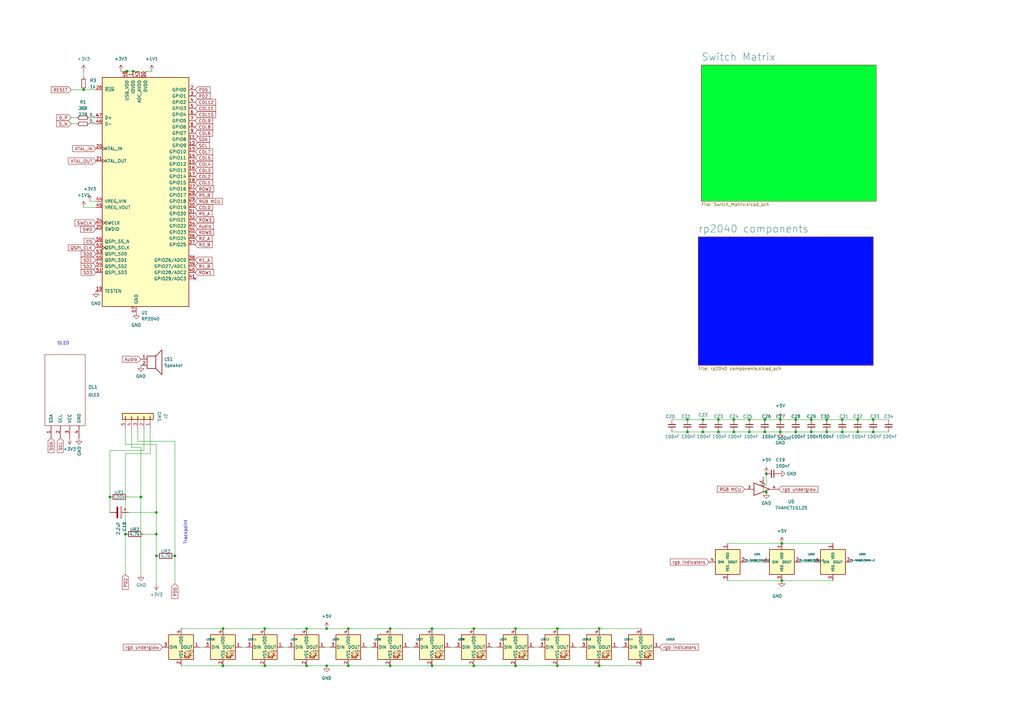
<source format=kicad_sch>
(kicad_sch (version 20230121) (generator eeschema)
  (paper "A3")
  (lib_symbols
    (symbol "+3V3_1" (power) (pin_names (offset 0))
      (property "Value" "+3V3_1" (at 0 3.556 0))
      (symbol "+3V3_1_0_1"
        (polyline (pts (xy -0.762 1.27) (xy 0 2.54)))
        (polyline (pts (xy 0 0) (xy 0 2.54)))
        (polyline (pts (xy 0 2.54) (xy 0.762 1.27)))
      )
      (symbol "+3V3_1_1_1"
        (pin power_in line (at 0 0 90) (length 0) hide (name "+3V3") (number "1"))
      )
    )
    (symbol "74AHCT1G125_1" (pin_names (offset 1.016))
      (property "Reference" "U5" (at 11.43 -5.08 0))
      (property "Value" "74AHCT1G125" (at 11.43 -7.62 0))
      (symbol "74AHCT1G125_1_0_1"
        (polyline (pts (xy -3.81 2.54) (xy -3.81 -2.54) (xy 2.54 0) (xy -3.81 2.54)) (stroke (width 0.254)))
      )
      (symbol "74AHCT1G125_1_1_1"
        (pin input inverted (at 0 5.08 270) (length 3.81) (name "~") (number "1"))
        (pin input line (at -7.62 0 0) (length 3.81) (name "~") (number "2"))
        (pin power_in line (at 1.27 -1.27 270) (length 0) hide (name "GND") (number "3"))
        (pin tri_state line (at 6.35 0 180) (length 3.81) (name "~") (number "4"))
        (pin power_in line (at 1.27 1.27 90) (length 0) hide (name "+5V") (number "5"))
      )
    )
    (symbol "Connector_Generic:Conn_01x05" (pin_names (offset 1.016) hide)
      (property "Reference" "J" (at 0 7.62 0))
      (property "Value" "Conn_01x05" (at 0 -7.62 0))
      (symbol "Conn_01x05_1_1"
        (rectangle (start -1.27 -4.953) (end 0 -5.207) (stroke (width 0.1524)))
        (rectangle (start -1.27 -2.413) (end 0 -2.667) (stroke (width 0.1524)))
        (rectangle (start -1.27 0.127) (end 0 -0.127) (stroke (width 0.1524)))
        (rectangle (start -1.27 2.667) (end 0 2.413) (stroke (width 0.1524)))
        (rectangle (start -1.27 5.207) (end 0 4.953) (stroke (width 0.1524)))
        (rectangle (start -1.27 6.35) (end 1.27 -6.35) (stroke (width 0.254)) (fill (type background)))
        (pin passive line (at -5.08 5.08 0) (length 3.81) (name "Pin_1") (number "1"))
        (pin passive line (at -5.08 2.54 0) (length 3.81) (name "Pin_2") (number "2"))
        (pin passive line (at -5.08 0 0) (length 3.81) (name "Pin_3") (number "3"))
        (pin passive line (at -5.08 -2.54 0) (length 3.81) (name "Pin_4") (number "4"))
        (pin passive line (at -5.08 -5.08 0) (length 3.81) (name "Pin_5") (number "5"))
      )
    )
    (symbol "Device:C_Polarized" (pin_numbers hide) (pin_names (offset 0.254))
      (property "Reference" "C" (at 0.635 2.54 0))
      (property "Value" "C_Polarized" (at 0.635 -2.54 0))
      (symbol "C_Polarized_0_1"
        (rectangle (start -2.286 0.508) (end 2.286 1.016))
        (polyline (pts (xy -1.778 2.286) (xy -0.762 2.286)))
        (polyline (pts (xy -1.27 2.794) (xy -1.27 1.778)))
        (rectangle (start 2.286 -0.508) (end -2.286 -1.016) (fill (type outline)))
      )
      (symbol "C_Polarized_1_1"
        (pin passive line (at 0 3.81 270) (length 2.794) (name "~") (number "1"))
        (pin passive line (at 0 -3.81 90) (length 2.794) (name "~") (number "2"))
      )
    )
    (symbol "Device:C_Small" (pin_numbers hide) (pin_names (offset 0.254) hide)
      (property "Reference" "C" (at 0.254 1.778 0))
      (property "Value" "C_Small" (at 0.254 -2.032 0))
      (symbol "C_Small_0_1"
        (polyline (pts (xy -1.524 -0.508) (xy 1.524 -0.508)) (stroke (width 0.3302)))
        (polyline (pts (xy -1.524 0.508) (xy 1.524 0.508)) (stroke (width 0.3048)))
      )
      (symbol "C_Small_1_1"
        (pin passive line (at 0 2.54 270) (length 2.032) (name "~") (number "1"))
        (pin passive line (at 0 -2.54 90) (length 2.032) (name "~") (number "2"))
      )
    )
    (symbol "Device:R_Small" (pin_numbers hide) (pin_names (offset 0.254) hide)
      (property "Reference" "R" (at 0.762 0.508 0))
      (property "Value" "R_Small" (at 0.762 -1.016 0))
      (symbol "R_Small_0_1"
        (rectangle (start -0.762 1.778) (end 0.762 -1.778) (stroke (width 0.2032)))
      )
      (symbol "R_Small_1_1"
        (pin passive line (at 0 2.54 270) (length 0.762) (name "~") (number "1"))
        (pin passive line (at 0 -2.54 90) (length 0.762) (name "~") (number "2"))
      )
    )
    (symbol "Device:Speaker" (pin_names (offset 0) hide)
      (property "Reference" "LS" (at 1.27 5.715 0))
      (property "Value" "Speaker" (at 1.27 3.81 0))
      (symbol "Speaker_0_0"
        (rectangle (start -2.54 1.27) (end 1.016 -3.81) (stroke (width 0.254)))
        (polyline (pts (xy 1.016 1.27) (xy 3.556 3.81) (xy 3.556 -6.35) (xy 1.016 -3.81)) (stroke (width 0.254)))
      )
      (symbol "Speaker_1_1"
        (pin input line (at -5.08 0 0) (length 2.54) (name "1") (number "1"))
        (pin input line (at -5.08 -2.54 0) (length 2.54) (name "2") (number "2"))
      )
    )
    (symbol "GND_1" (power) (pin_names (offset 0))
      (property "Value" "GND_1" (at 0 -3.81 0))
      (symbol "GND_1_0_1"
        (polyline (pts (xy 0 0) (xy 0 -1.27) (xy 1.27 -1.27) (xy 0 -2.54) (xy -1.27 -1.27) (xy 0 -1.27)))
      )
      (symbol "GND_1_1_1"
        (pin power_in line (at 0 0 270) (length 0) hide (name "GND") (number "1"))
      )
    )
    (symbol "GND_2" (power) (pin_names (offset 0))
      (property "Value" "GND_2" (at 0 -3.81 0))
      (symbol "GND_2_0_1"
        (polyline (pts (xy 0 0) (xy 0 -1.27) (xy 1.27 -1.27) (xy 0 -2.54) (xy -1.27 -1.27) (xy 0 -1.27)))
      )
      (symbol "GND_2_1_1"
        (pin power_in line (at 0 0 270) (length 0) hide (name "GND") (number "1"))
      )
    )
    (symbol "PCM_marbastlib-various:WS2812_2020" (pin_names (offset 0.254))
      (property "Reference" "LED" (at 5.08 5.715 0))
      (property "Value" "WS2812_2020" (at 1.27 -5.715 0))
      (symbol "WS2812_2020_0_0"
        (text "RGB" (at 2.286 -4.191 0) (effects (font (size 0.762 0.762))))
      )
      (symbol "WS2812_2020_0_1"
        (polyline (pts (xy 1.27 -3.556) (xy 1.778 -3.556)))
        (polyline (pts (xy 1.27 -2.54) (xy 1.778 -2.54)))
        (polyline (pts (xy 4.699 -3.556) (xy 2.667 -3.556)))
        (polyline (pts (xy 2.286 -2.54) (xy 1.27 -3.556) (xy 1.27 -3.048)))
        (polyline (pts (xy 2.286 -1.524) (xy 1.27 -2.54) (xy 1.27 -2.032)))
        (polyline (pts (xy 3.683 -1.016) (xy 3.683 -3.556) (xy 3.683 -4.064)))
        (polyline (pts (xy 4.699 -1.524) (xy 2.667 -1.524) (xy 3.683 -3.556) (xy 4.699 -1.524)))
        (rectangle (start 5.08 5.08) (end -5.08 -5.08) (stroke (width 0.254)) (fill (type background)))
      )
      (symbol "WS2812_2020_1_1"
        (pin output line (at 7.62 0 180) (length 2.54) (name "DOUT") (number "1"))
        (pin power_in line (at 0 -7.62 90) (length 2.54) (name "VSS") (number "2"))
        (pin input line (at -7.62 0 0) (length 2.54) (name "DIN") (number "3"))
        (pin power_in line (at 0 7.62 270) (length 2.54) (name "VDD") (number "4"))
      )
    )
    (symbol "Sleep-lib:RP2040" (pin_names (offset 1.016))
      (property "Reference" "U" (at 8.89 51.435 0))
      (property "Value" "RP2040" (at 8.89 48.895 0))
      (symbol "RP2040_0_0"
        (rectangle (start -17.78 -45.72) (end 17.78 48.26) (stroke (width 0.254)) (fill (type background)))
      )
      (symbol "RP2040_1_1"
        (pin power_in line (at -5.08 50.8 270) (length 2.54) (name "IOVDD") (number "1"))
        (pin power_in line (at -5.08 50.8 270) (length 2.54) hide (name "IOVDD") (number "10"))
        (pin input line (at 20.32 22.86 180) (length 2.54) (name "GPIO8") (number "11"))
        (pin input line (at 20.32 20.32 180) (length 2.54) (name "GPIO9") (number "12"))
        (pin input line (at 20.32 17.78 180) (length 2.54) (name "GPIO10") (number "13"))
        (pin input line (at 20.32 15.24 180) (length 2.54) (name "GPIO11") (number "14"))
        (pin input line (at 20.32 12.7 180) (length 2.54) (name "GPIO12") (number "15"))
        (pin input line (at 20.32 10.16 180) (length 2.54) (name "GPIO13") (number "16"))
        (pin input line (at 20.32 7.62 180) (length 2.54) (name "GPIO14") (number "17"))
        (pin input line (at 20.32 5.08 180) (length 2.54) (name "GPIO15") (number "18"))
        (pin input line (at -20.32 -39.37 0) (length 2.54) (name "TESTEN") (number "19"))
        (pin input line (at 20.32 43.18 180) (length 2.54) (name "GPIO0") (number "2"))
        (pin input clock (at -20.32 19.05 0) (length 2.54) (name "XTAL_IN") (number "20"))
        (pin input clock (at -20.32 13.97 0) (length 2.54) (name "XTAL_OUT") (number "21"))
        (pin power_in line (at -5.08 50.8 270) (length 2.54) hide (name "IOVDD") (number "22"))
        (pin power_in line (at 0 50.8 270) (length 2.54) hide (name "DVDD") (number "23"))
        (pin input clock (at -20.32 -11.43 0) (length 2.54) (name "SWCLK") (number "24"))
        (pin bidirectional line (at -20.32 -13.97 0) (length 2.54) (name "SWDIO") (number "25"))
        (pin input line (at -20.32 43.18 0) (length 2.54) (name "~{RUN}") (number "26"))
        (pin input line (at 20.32 2.54 180) (length 2.54) (name "GPIO16") (number "27"))
        (pin input line (at 20.32 0 180) (length 2.54) (name "GPIO17") (number "28"))
        (pin input line (at 20.32 -2.54 180) (length 2.54) (name "GPIO18") (number "29"))
        (pin input line (at 20.32 40.64 180) (length 2.54) (name "GPIO1") (number "3"))
        (pin input line (at 20.32 -5.08 180) (length 2.54) (name "GPIO19") (number "30"))
        (pin input line (at 20.32 -7.62 180) (length 2.54) (name "GPIO20") (number "31"))
        (pin input line (at 20.32 -10.16 180) (length 2.54) (name "GPIO21") (number "32"))
        (pin power_in line (at -5.08 50.8 270) (length 2.54) hide (name "IOVDD") (number "33"))
        (pin input line (at 20.32 -12.7 180) (length 2.54) (name "GPIO22") (number "34"))
        (pin input line (at 20.32 -15.24 180) (length 2.54) (name "GPIO23") (number "35"))
        (pin input line (at 20.32 -17.78 180) (length 2.54) (name "GPIO24") (number "36"))
        (pin input line (at 20.32 -20.32 180) (length 2.54) (name "GPIO25") (number "37"))
        (pin input line (at 20.32 -26.67 180) (length 2.54) (name "GPIO26/ADC0") (number "38"))
        (pin input line (at 20.32 -29.21 180) (length 2.54) (name "GPIO27/ADC1") (number "39"))
        (pin input line (at 20.32 38.1 180) (length 2.54) (name "GPIO2") (number "4"))
        (pin input line (at 20.32 -31.75 180) (length 2.54) (name "GPIO28/ADC2") (number "40"))
        (pin input line (at 20.32 -34.29 180) (length 2.54) (name "GPIO29/ADC3") (number "41"))
        (pin power_in line (at -5.08 50.8 270) (length 2.54) hide (name "IOVDD") (number "42"))
        (pin power_in line (at -2.54 50.8 270) (length 2.54) (name "ADC_AVDD") (number "43"))
        (pin power_in line (at -20.32 -2.54 0) (length 2.54) (name "VREG_VIN") (number "44"))
        (pin power_out line (at -20.32 -5.08 0) (length 2.54) (name "VREG_VOUT") (number "45"))
        (pin bidirectional line (at -20.32 29.21 0) (length 2.54) (name "D-") (number "46"))
        (pin bidirectional line (at -20.32 31.75 0) (length 2.54) (name "D+") (number "47"))
        (pin power_in line (at -7.62 50.8 270) (length 2.54) (name "USB_VDD") (number "48"))
        (pin power_in line (at -5.08 50.8 270) (length 2.54) hide (name "IOVDD") (number "49"))
        (pin input line (at 20.32 35.56 180) (length 2.54) (name "GPIO3") (number "5"))
        (pin power_in line (at 0 50.8 270) (length 2.54) (name "DVDD") (number "50"))
        (pin bidirectional line (at -20.32 -31.75 0) (length 2.54) (name "QSPI_SD3") (number "51"))
        (pin input clock (at -20.32 -21.59 0) (length 2.54) (name "QSPI_SCLK") (number "52"))
        (pin bidirectional line (at -20.32 -24.13 0) (length 2.54) (name "QSPI_SD0") (number "53"))
        (pin bidirectional line (at -20.32 -29.21 0) (length 2.54) (name "QSPI_SD2") (number "54"))
        (pin bidirectional line (at -20.32 -26.67 0) (length 2.54) (name "QSPI_SD1") (number "55"))
        (pin bidirectional line (at -20.32 -19.05 0) (length 2.54) (name "QSPI_SS_N") (number "56"))
        (pin power_in line (at -3.81 -48.26 90) (length 2.54) (name "GND") (number "57"))
        (pin input line (at 20.32 33.02 180) (length 2.54) (name "GPIO4") (number "6"))
        (pin input line (at 20.32 30.48 180) (length 2.54) (name "GPIO5") (number "7"))
        (pin input line (at 20.32 27.94 180) (length 2.54) (name "GPIO6") (number "8"))
        (pin input line (at 20.32 25.4 180) (length 2.54) (name "GPIO7") (number "9"))
      )
    )
    (symbol "device:R" (pin_numbers hide) (pin_names (offset 0))
      (property "Reference" "R" (at 2.032 0 90))
      (property "Value" "device_R" (at 0 0 90))
      (symbol "R_0_1"
        (rectangle (start -1.016 -2.54) (end 1.016 2.54) (stroke (width 0.254)))
      )
      (symbol "R_1_1"
        (pin passive line (at 0 3.81 270) (length 1.27) (name "~") (number "1"))
        (pin passive line (at 0 -3.81 90) (length 1.27) (name "~") (number "2"))
      )
    )
    (symbol "kbd:OLED" (pin_names (offset 1.016))
      (property "Reference" "OL" (at 0 2.54 0))
      (property "Value" "OLED" (at 0 -1.27 0))
      (symbol "OLED_0_1"
        (rectangle (start -13.97 8.89) (end 15.24 -7.62))
      )
      (symbol "OLED_1_1"
        (pin bidirectional line (at -19.05 6.35 0) (length 5.08) (name "SDA") (number "1"))
        (pin bidirectional line (at -19.05 2.54 0) (length 5.08) (name "SCL") (number "2"))
        (pin power_in line (at -19.05 -1.27 0) (length 5.08) (name "VCC") (number "3"))
        (pin power_in line (at -19.05 -5.08 0) (length 5.08) (name "GND") (number "4"))
      )
    )
    (symbol "kbd:YS-SK6812MINI-E" (pin_names (offset 1.016))
      (property "Reference" "LED" (at 2.54 -7.62 0))
      (property "Value" "YS-SK6812MINI-E" (at 6.35 -6.35 0))
      (symbol "YS-SK6812MINI-E_0_1"
        (rectangle (start -5.08 5.08) (end 5.08 -5.08) (stroke (width 0.254)) (fill (type background)))
      )
      (symbol "YS-SK6812MINI-E_1_1"
        (pin power_in line (at 0 7.62 270) (length 2.54) (name "VDD") (number "1"))
        (pin output line (at 7.62 0 180) (length 2.54) (name "DOUT") (number "2"))
        (pin power_in line (at 0 -7.62 90) (length 2.54) (name "VSS") (number "3"))
        (pin input line (at -7.62 0 0) (length 2.54) (name "DIN") (number "4"))
      )
    )
    (symbol "power:+1V1" (power) (pin_names (offset 0))
      (property "Value" "+1V1" (at 0 3.556 0))
      (symbol "+1V1_0_1"
        (polyline (pts (xy -0.762 1.27) (xy 0 2.54)))
        (polyline (pts (xy 0 0) (xy 0 2.54)))
        (polyline (pts (xy 0 2.54) (xy 0.762 1.27)))
      )
      (symbol "+1V1_1_1"
        (pin power_in line (at 0 0 90) (length 0) hide (name "+1V1") (number "1"))
      )
    )
    (symbol "power:+3V3" (power) (pin_names (offset 0))
      (property "Value" "+3V3" (at 0 3.556 0))
      (symbol "+3V3_0_1"
        (polyline (pts (xy -0.762 1.27) (xy 0 2.54)))
        (polyline (pts (xy 0 0) (xy 0 2.54)))
        (polyline (pts (xy 0 2.54) (xy 0.762 1.27)))
      )
      (symbol "+3V3_1_1"
        (pin power_in line (at 0 0 90) (length 0) hide (name "+3V3") (number "1"))
      )
    )
    (symbol "power:+5V" (power) (pin_names (offset 0))
      (property "Value" "+5V" (at 0 3.556 0))
      (symbol "+5V_0_1"
        (polyline (pts (xy -0.762 1.27) (xy 0 2.54)))
        (polyline (pts (xy 0 0) (xy 0 2.54)))
        (polyline (pts (xy 0 2.54) (xy 0.762 1.27)))
      )
      (symbol "+5V_1_1"
        (pin power_in line (at 0 0 90) (length 0) hide (name "+5V") (number "1"))
      )
    )
    (symbol "power:GND" (power) (pin_names (offset 0))
      (property "Value" "power_GND" (at 0 -3.81 0))
      (symbol "GND_0_1"
        (polyline (pts (xy 0 0) (xy 0 -1.27) (xy 1.27 -1.27) (xy 0 -2.54) (xy -1.27 -1.27) (xy 0 -1.27)))
      )
      (symbol "GND_1_1"
        (pin power_in line (at 0 0 270) (length 0) hide (name "GND") (number "1"))
      )
    )
  )
  (junction (at 91.44 257.81))
  (junction (at 211.455 257.81))
  (junction (at 294.64 177.165))
  (junction (at 281.94 177.165))
  (junction (at 358.14 177.165))
  (junction (at 339.09 177.165))
  (junction (at 245.745 257.81))
  (junction (at 45.085 203.835))
  (junction (at 228.6 257.81))
  (junction (at 177.165 273.05))
  (junction (at 300.99 177.165))
  (junction (at 320.675 222.885))
  (junction (at 307.34 172.085))
  (junction (at 57.785 203.835))
  (junction (at 326.39 172.085))
  (junction (at 34.29 36.83))
  (junction (at 245.745 273.05))
  (junction (at 108.585 257.81))
  (junction (at 51.435 219.075))
  (junction (at 64.135 227.965))
  (junction (at 351.79 177.165))
  (junction (at 52.07 29.21))
  (junction (at 358.14 172.085))
  (junction (at 294.64 172.085))
  (junction (at 326.39 177.165))
  (junction (at 320.675 238.125))
  (junction (at 332.74 172.085))
  (junction (at 160.02 273.05))
  (junction (at 320.04 172.085))
  (junction (at 71.755 227.965))
  (junction (at 211.455 273.05))
  (junction (at 313.69 172.085))
  (junction (at 314.325 201.93))
  (junction (at 288.29 177.165))
  (junction (at 177.165 257.81))
  (junction (at 133.985 273.05))
  (junction (at 54.61 29.21))
  (junction (at 125.73 273.05))
  (junction (at 125.73 257.81))
  (junction (at 133.985 257.81))
  (junction (at 228.6 273.05))
  (junction (at 288.29 172.085))
  (junction (at 91.44 273.05))
  (junction (at 142.875 273.05))
  (junction (at 307.34 177.165))
  (junction (at 351.79 172.085))
  (junction (at 300.99 172.085))
  (junction (at 281.94 172.085))
  (junction (at 332.74 177.165))
  (junction (at 345.44 172.085))
  (junction (at 142.875 257.81))
  (junction (at 64.135 219.075))
  (junction (at 108.585 273.05))
  (junction (at 194.31 257.81))
  (junction (at 160.02 257.81))
  (junction (at 194.31 273.05))
  (junction (at 313.69 177.165))
  (junction (at 320.04 177.165))
  (junction (at 64.135 210.185))
  (junction (at 339.09 172.085))
  (junction (at 314.325 194.31))
  (junction (at 345.44 177.165))
  (no_connect (at 80.01 114.3))
  (wire (pts (xy 160.02 273.05) (xy 177.165 273.05)))
  (wire (pts (xy 300.99 177.165) (xy 307.34 177.165)))
  (wire (pts (xy 288.29 177.165) (xy 294.64 177.165)))
  (wire (pts (xy 34.29 85.09) (xy 39.37 85.09)))
  (wire (pts (xy 160.02 257.81) (xy 177.165 257.81)))
  (wire (pts (xy 29.21 50.8) (xy 31.496 50.8)))
  (wire (pts (xy 74.295 273.05) (xy 91.44 273.05)))
  (wire (pts (xy 133.35 265.43) (xy 135.255 265.43)))
  (wire (pts (xy 51.435 219.075) (xy 51.435 235.585)))
  (wire (pts (xy 245.745 273.05) (xy 262.89 273.05)))
  (wire (pts (xy 314.325 201.93) (xy 313.055 201.93)))
  (wire (pts (xy 116.205 265.43) (xy 118.11 265.43)))
  (wire (pts (xy 108.585 257.81) (xy 125.73 257.81)))
  (wire (pts (xy 177.165 273.05) (xy 194.31 273.05)))
  (wire (pts (xy 64.135 210.185) (xy 64.135 219.075)))
  (wire (pts (xy 345.44 177.165) (xy 351.79 177.165)))
  (wire (pts (xy 57.785 183.515) (xy 57.785 203.835)))
  (wire (pts (xy 71.755 180.975) (xy 71.755 227.965)))
  (wire (pts (xy 281.94 172.085) (xy 288.29 172.085)))
  (wire (pts (xy 313.055 201.93) (xy 313.055 195.58)))
  (wire (pts (xy 64.135 227.965) (xy 64.135 239.395)))
  (wire (pts (xy 64.135 182.245) (xy 51.435 182.245)))
  (wire (pts (xy 64.135 210.185) (xy 52.705 210.185)))
  (wire (pts (xy 133.985 257.81) (xy 142.875 257.81)))
  (wire (pts (xy 51.435 182.245) (xy 51.435 175.895)))
  (wire (pts (xy 45.085 184.785) (xy 59.055 184.785)))
  (wire (pts (xy 345.44 172.085) (xy 351.79 172.085)))
  (wire (pts (xy 320.04 172.085) (xy 326.39 172.085)))
  (wire (pts (xy 177.165 257.81) (xy 194.31 257.81)))
  (wire (pts (xy 51.435 186.055) (xy 51.435 219.075)))
  (wire (pts (xy 358.14 172.085) (xy 364.49 172.085)))
  (wire (pts (xy 339.09 172.085) (xy 345.44 172.085)))
  (wire (pts (xy 211.455 273.05) (xy 228.6 273.05)))
  (wire (pts (xy 81.915 265.43) (xy 83.82 265.43)))
  (wire (pts (xy 71.755 227.965) (xy 71.755 239.395)))
  (wire (pts (xy 228.6 257.81) (xy 245.745 257.81)))
  (wire (pts (xy 52.07 29.21) (xy 49.53 29.21)))
  (wire (pts (xy 332.74 172.085) (xy 339.09 172.085)))
  (wire (pts (xy 53.975 183.515) (xy 53.975 175.895)))
  (wire (pts (xy 201.93 265.43) (xy 203.835 265.43)))
  (wire (pts (xy 45.085 203.835) (xy 45.085 210.185)))
  (wire (pts (xy 91.44 273.05) (xy 108.585 273.05)))
  (wire (pts (xy 51.435 186.055) (xy 61.595 186.055)))
  (wire (pts (xy 351.79 177.165) (xy 358.14 177.165)))
  (wire (pts (xy 326.39 172.085) (xy 332.74 172.085)))
  (wire (pts (xy 253.365 265.43) (xy 255.27 265.43)))
  (wire (pts (xy 36.576 50.8) (xy 39.37 50.8)))
  (wire (pts (xy 59.69 29.21) (xy 62.23 29.21)))
  (wire (pts (xy 332.74 177.165) (xy 339.09 177.165)))
  (wire (pts (xy 57.785 203.835) (xy 57.785 235.585)))
  (wire (pts (xy 64.135 219.075) (xy 59.055 219.075)))
  (wire (pts (xy 54.61 29.21) (xy 52.07 29.21)))
  (wire (pts (xy 64.135 182.245) (xy 64.135 210.185)))
  (wire (pts (xy 125.73 257.81) (xy 133.985 257.81)))
  (wire (pts (xy 45.085 184.785) (xy 45.085 203.835)))
  (wire (pts (xy 57.785 183.515) (xy 53.975 183.515)))
  (wire (pts (xy 142.875 257.81) (xy 160.02 257.81)))
  (wire (pts (xy 306.07 230.505) (xy 313.055 230.505)))
  (wire (pts (xy 64.135 219.075) (xy 64.135 227.965)))
  (wire (pts (xy 133.985 273.05) (xy 142.875 273.05)))
  (wire (pts (xy 351.79 172.085) (xy 358.14 172.085)))
  (wire (pts (xy 339.09 177.165) (xy 345.44 177.165)))
  (wire (pts (xy 236.22 265.43) (xy 238.125 265.43)))
  (wire (pts (xy 99.06 265.43) (xy 100.965 265.43)))
  (wire (pts (xy 74.295 257.81) (xy 91.44 257.81)))
  (wire (pts (xy 219.075 265.43) (xy 220.98 265.43)))
  (wire (pts (xy 314.325 194.31) (xy 314.325 199.39)))
  (wire (pts (xy 108.585 273.05) (xy 125.73 273.05)))
  (wire (pts (xy 61.595 186.055) (xy 61.595 175.895)))
  (wire (pts (xy 294.64 172.085) (xy 300.99 172.085)))
  (wire (pts (xy 57.15 29.21) (xy 54.61 29.21)))
  (wire (pts (xy 36.576 48.26) (xy 39.37 48.26)))
  (wire (pts (xy 326.39 177.165) (xy 332.74 177.165)))
  (wire (pts (xy 300.99 172.085) (xy 307.34 172.085)))
  (wire (pts (xy 320.675 238.125) (xy 341.63 238.125)))
  (wire (pts (xy 275.59 172.085) (xy 281.94 172.085)))
  (wire (pts (xy 194.31 257.81) (xy 211.455 257.81)))
  (wire (pts (xy 358.14 177.165) (xy 364.49 177.165)))
  (wire (pts (xy 281.94 177.165) (xy 288.29 177.165)))
  (wire (pts (xy 307.34 177.165) (xy 313.69 177.165)))
  (wire (pts (xy 320.675 222.885) (xy 341.63 222.885)))
  (wire (pts (xy 56.515 180.975) (xy 56.515 175.895)))
  (wire (pts (xy 245.745 257.81) (xy 262.89 257.81)))
  (wire (pts (xy 34.29 36.83) (xy 39.37 36.83)))
  (wire (pts (xy 29.21 36.83) (xy 34.29 36.83)))
  (wire (pts (xy 288.29 172.085) (xy 294.64 172.085)))
  (wire (pts (xy 228.6 273.05) (xy 245.745 273.05)))
  (wire (pts (xy 194.31 273.05) (xy 211.455 273.05)))
  (wire (pts (xy 34.29 29.21) (xy 34.29 31.75)))
  (wire (pts (xy 294.64 177.165) (xy 300.99 177.165)))
  (wire (pts (xy 298.45 238.125) (xy 320.675 238.125)))
  (wire (pts (xy 29.21 48.26) (xy 31.496 48.26)))
  (wire (pts (xy 142.875 273.05) (xy 160.02 273.05)))
  (wire (pts (xy 59.055 184.785) (xy 59.055 175.895)))
  (wire (pts (xy 298.45 222.885) (xy 320.675 222.885)))
  (wire (pts (xy 320.04 177.165) (xy 326.39 177.165)))
  (wire (pts (xy 71.755 180.975) (xy 56.515 180.975)))
  (wire (pts (xy 91.44 257.81) (xy 108.585 257.81)))
  (wire (pts (xy 275.59 177.165) (xy 281.94 177.165)))
  (wire (pts (xy 184.785 265.43) (xy 186.69 265.43)))
  (wire (pts (xy 313.69 177.165) (xy 320.04 177.165)))
  (wire (pts (xy 125.73 273.05) (xy 133.985 273.05)))
  (wire (pts (xy 313.69 172.085) (xy 320.04 172.085)))
  (wire (pts (xy 167.64 265.43) (xy 169.545 265.43)))
  (wire (pts (xy 57.785 203.835) (xy 52.705 203.835)))
  (wire (pts (xy 36.83 82.55) (xy 39.37 82.55)))
  (wire (pts (xy 150.495 265.43) (xy 152.4 265.43)))
  (wire (pts (xy 328.295 230.505) (xy 334.01 230.505)))
  (wire (pts (xy 211.455 257.81) (xy 228.6 257.81)))
  (wire (pts (xy 307.34 172.085) (xy 313.69 172.085)))
  (text "Trackpoint" (at 76.835 213.36 90) (effects (font (size 1.27 1.27)) (justify right bottom)))
  (text "OLED" (at 23.495 141.605 0) (effects (font (size 1.27 1.27)) (justify left bottom)))
  (label "D_-" (at 36.576 50.8 0))
  (label "D_+" (at 36.576 48.26 0))
  (global_label "SCL" (shape input) (at 80.01 59.69 0) (property "Intersheetrefs" "${INTERSHEET_REFS}" (effects hide)))
  (global_label "COL11" (shape input) (at 80.01 44.45 0) (property "Intersheetrefs" "${INTERSHEET_REFS}" (effects hide)))
  (global_label "SDA" (shape input) (at 20.955 179.705 270) (property "Intersheetrefs" "${INTERSHEET_REFS}" (effects hide)))
  (global_label "R2_B" (shape input) (at 80.01 100.33 0) (property "Intersheetrefs" "${INTERSHEET_REFS}" (effects hide)))
  (global_label "rgb indicators" (shape input) (at 290.83 230.505 180) (property "Intersheetrefs" "${INTERSHEET_REFS}" (effects hide)))
  (global_label "ROW1" (shape input) (at 80.01 111.76 0) (property "Intersheetrefs" "${INTERSHEET_REFS}" (effects hide)))
  (global_label "ROW2" (shape input) (at 80.01 77.47 0) (property "Intersheetrefs" "${INTERSHEET_REFS}" (effects hide)))
  (global_label "COL1" (shape input) (at 80.01 74.93 0) (property "Intersheetrefs" "${INTERSHEET_REFS}" (effects hide)))
  (global_label "SD2" (shape input) (at 39.37 109.22 180) (property "Intersheetrefs" "${INTERSHEET_REFS}" (effects hide)))
  (global_label "COL10" (shape input) (at 80.01 46.99 0) (property "Intersheetrefs" "${INTERSHEET_REFS}" (effects hide)))
  (global_label "SCL" (shape input) (at 24.765 179.705 270) (property "Intersheetrefs" "${INTERSHEET_REFS}" (effects hide)))
  (global_label "SWCLK" (shape input) (at 39.37 91.44 180) (property "Intersheetrefs" "${INTERSHEET_REFS}" (effects hide)))
  (global_label "COL5" (shape input) (at 80.01 64.77 0) (property "Intersheetrefs" "${INTERSHEET_REFS}" (effects hide)))
  (global_label "SD1" (shape input) (at 39.37 106.68 180) (property "Intersheetrefs" "${INTERSHEET_REFS}" (effects hide)))
  (global_label "XTAL_IN" (shape input) (at 39.37 60.96 180) (property "Intersheetrefs" "${INTERSHEET_REFS}" (effects hide)))
  (global_label "SWD" (shape input) (at 39.37 93.98 180) (property "Intersheetrefs" "${INTERSHEET_REFS}" (effects hide)))
  (global_label "rgb underglow" (shape input) (at 66.675 265.43 180) (property "Intersheetrefs" "${INTERSHEET_REFS}" (effects hide)))
  (global_label "R2_A" (shape input) (at 80.01 97.79 0) (property "Intersheetrefs" "${INTERSHEET_REFS}" (effects hide)))
  (global_label "COL8" (shape input) (at 80.01 52.07 0) (property "Intersheetrefs" "${INTERSHEET_REFS}" (effects hide)))
  (global_label "QSPI_CLK" (shape input) (at 39.37 101.6 180) (property "Intersheetrefs" "${INTERSHEET_REFS}" (effects hide)))
  (global_label "COL0" (shape input) (at 80.01 85.09 0) (property "Intersheetrefs" "${INTERSHEET_REFS}" (effects hide)))
  (global_label "RESET" (shape input) (at 29.21 36.83 180) (property "Intersheetrefs" "${INTERSHEET_REFS}" (effects hide)))
  (global_label "R5_A" (shape input) (at 80.01 87.63 0) (property "Intersheetrefs" "${INTERSHEET_REFS}" (effects hide)))
  (global_label "SD3" (shape input) (at 39.37 111.76 180) (property "Intersheetrefs" "${INTERSHEET_REFS}" (effects hide)))
  (global_label "COL7" (shape input) (at 80.01 62.23 0) (property "Intersheetrefs" "${INTERSHEET_REFS}" (effects hide)))
  (global_label "ROW0" (shape input) (at 80.01 95.25 0) (property "Intersheetrefs" "${INTERSHEET_REFS}" (effects hide)))
  (global_label "D_P" (shape input) (at 29.21 48.26 180) (property "Intersheetrefs" "${INTERSHEET_REFS}" (effects hide)))
  (global_label "rgb underglow" (shape input) (at 319.405 200.66 0) (property "Intersheetrefs" "${INTERSHEET_REFS}" (effects hide)))
  (global_label "CS" (shape input) (at 39.37 99.06 180) (property "Intersheetrefs" "${INTERSHEET_REFS}" (effects hide)))
  (global_label "Audio" (shape input) (at 57.785 147.32 180) (property "Intersheetrefs" "${INTERSHEET_REFS}" (effects hide)))
  (global_label "Audio" (shape input) (at 80.01 92.71 0) (property "Intersheetrefs" "${INTERSHEET_REFS}" (effects hide)))
  (global_label "SDA" (shape input) (at 80.01 57.15 0) (property "Intersheetrefs" "${INTERSHEET_REFS}" (effects hide)))
  (global_label "PD2" (shape input) (at 80.01 39.37 0) (property "Intersheetrefs" "${INTERSHEET_REFS}" (effects hide)))
  (global_label "RGB MCU" (shape input) (at 305.435 200.66 180) (property "Intersheetrefs" "${INTERSHEET_REFS}" (effects hide)))
  (global_label "PD2" (shape input) (at 51.435 235.585 270) (property "Intersheetrefs" "${INTERSHEET_REFS}" (effects hide)))
  (global_label "rgb indicators" (shape input) (at 270.51 265.43 0) (property "Intersheetrefs" "${INTERSHEET_REFS}" (effects hide)))
  (global_label "ROW3" (shape input) (at 80.01 90.17 0) (property "Intersheetrefs" "${INTERSHEET_REFS}" (effects hide)))
  (global_label "RGB MCU" (shape input) (at 80.01 82.55 0) (property "Intersheetrefs" "${INTERSHEET_REFS}" (effects hide)))
  (global_label "XTAL_OUT" (shape input) (at 39.37 66.04 180) (property "Intersheetrefs" "${INTERSHEET_REFS}" (effects hide)))
  (global_label "COL2" (shape input) (at 80.01 72.39 0) (property "Intersheetrefs" "${INTERSHEET_REFS}" (effects hide)))
  (global_label "R5_B" (shape input) (at 80.01 80.01 0) (property "Intersheetrefs" "${INTERSHEET_REFS}" (effects hide)))
  (global_label "PD5" (shape input) (at 80.01 36.83 0) (property "Intersheetrefs" "${INTERSHEET_REFS}" (effects hide)))
  (global_label "R1_A" (shape input) (at 80.01 106.68 0) (property "Intersheetrefs" "${INTERSHEET_REFS}" (effects hide)))
  (global_label "COL4" (shape input) (at 80.01 67.31 0) (property "Intersheetrefs" "${INTERSHEET_REFS}" (effects hide)))
  (global_label "PD5" (shape input) (at 71.755 239.395 270) (property "Intersheetrefs" "${INTERSHEET_REFS}" (effects hide)))
  (global_label "COL3" (shape input) (at 80.01 69.85 0) (property "Intersheetrefs" "${INTERSHEET_REFS}" (effects hide)))
  (global_label "COL12" (shape input) (at 80.01 41.91 0) (property "Intersheetrefs" "${INTERSHEET_REFS}" (effects hide)))
  (global_label "R1_B" (shape input) (at 80.01 109.22 0) (property "Intersheetrefs" "${INTERSHEET_REFS}" (effects hide)))
  (global_label "COL6" (shape input) (at 80.01 54.61 0) (property "Intersheetrefs" "${INTERSHEET_REFS}" (effects hide)))
  (global_label "COL9" (shape input) (at 80.01 49.53 0) (property "Intersheetrefs" "${INTERSHEET_REFS}" (effects hide)))
  (global_label "D_N" (shape input) (at 29.21 50.8 180) (property "Intersheetrefs" "${INTERSHEET_REFS}" (effects hide)))
  (global_label "SD0" (shape input) (at 39.37 104.14 180) (property "Intersheetrefs" "${INTERSHEET_REFS}" (effects hide)))
  (symbol (lib_id "Device:C_Small") (at 294.64 174.625 0) (unit 1)
    (property "Reference" "C23" (at 292.735 170.815 0) (effects (justify left)))
    (property "Value" "100nF" (at 292.1 179.07 0) (effects (justify left)))
    (property "Footprint" "Capacitor_SMD:C_0402_1005Metric" (effects hide))
  )
  (symbol (lib_name "+3V3_1") (lib_id "power:+3V3") (at 64.135 239.395 180) (unit 1)
    (property "Reference" "#PWR0137" (effects hide))
    (property "Value" "+3V3" (at 64.135 243.84 0))
  )
  (symbol (lib_id "Device:C_Small") (at 364.49 174.625 0) (unit 1)
    (property "Reference" "C34" (at 362.585 170.815 0) (effects (justify left)))
    (property "Value" "100nF" (at 361.95 179.07 0) (effects (justify left)))
    (property "Footprint" "Capacitor_SMD:C_0402_1005Metric" (effects hide))
  )
  (symbol (lib_id "Device:C_Polarized") (at 48.895 210.185 270) (unit 1)
    (property "Reference" "C18" (at 51.0541 213.995 0) (effects (justify left)))
    (property "Value" "2.2uF" (at 48.5141 213.995 0) (effects (justify left)))
    (property "Footprint" "Capacitor_SMD:C_0805_2012Metric_Pad1.18x1.45mm_HandSolder" (effects hide))
  )
  (symbol (lib_id "power:GND") (at 319.405 194.31 90) (unit 1)
    (property "Reference" "#PWR0146" (effects hide))
    (property "Value" "GND" (at 322.58 194.3099 90) (effects (justify right)))
  )
  (symbol (lib_name "+3V3_1") (lib_id "power:+3V3") (at 28.575 179.705 180) (unit 1)
    (property "Reference" "#PWR0139" (effects hide))
    (property "Value" "+3V3" (at 28.575 184.15 0))
  )
  (symbol (lib_id "power:GND") (at 57.785 235.585 0) (unit 1)
    (property "Reference" "#PWR0138" (effects hide))
    (property "Value" "GND" (at 57.912 239.9792 0))
  )
  (symbol (lib_id "power:GND") (at 32.385 179.705 0) (unit 1)
    (property "Reference" "#PWR0136" (effects hide))
    (property "Value" "GND" (at 32.512 182.9562 90) (effects (justify right)))
  )
  (symbol (lib_id "kbd:YS-SK6812MINI-E") (at 298.45 230.505 0) (unit 1)
    (property "Reference" "LED1" (at 310.515 227.2906 0) (effects (font (size 0.7366 0.7366))))
    (property "Value" "YS-SK6812MINI-E" (at 310.515 229.8306 0) (effects (font (size 0.7366 0.7366))))
    (property "Footprint" "Keebio-Parts:SK6812-MINI-E" (effects hide))
  )
  (symbol (lib_id "Device:R_Small") (at 34.29 34.29 0) (unit 1)
    (property "Reference" "R3" (at 36.83 33.0199 0) (effects (justify left)))
    (property "Value" "1k" (at 36.83 35.5599 0) (effects (justify left)))
    (property "Footprint" "Resistor_SMD:R_0402_1005Metric" (effects hide))
  )
  (symbol (lib_id "power:+5V") (at 320.675 222.885 0) (unit 1)
    (property "Reference" "#PWR0142" (effects hide))
    (property "Value" "+5V" (at 320.675 217.805 0))
  )
  (symbol (lib_id "PCM_marbastlib-various:WS2812_2020") (at 228.6 265.43 0) (unit 1)
    (property "Reference" "LED13" (at 240.665 262.2156 0) (effects (font (size 0.7366 0.7366))))
    (property "Value" "WS2812_2020" (effects hide))
    (property "Footprint" "PCM_marbastlib-various:LED_WS2812_2020" (effects hide))
    (property "Datasheet" "https://www.world-semi.com/DownLoadFile/139" (effects hide))
  )
  (symbol (lib_id "power:GND") (at 55.88 128.27 0) (unit 1)
    (property "Reference" "#PWR0107" (effects hide))
    (property "Value" "GND" (at 55.88 133.35 0))
  )
  (symbol (lib_name "GND_1") (lib_id "power:GND") (at 133.985 273.05 0) (unit 1)
    (property "Reference" "#PWR0140" (effects hide))
    (property "Value" "GND" (at 133.985 278.13 0))
  )
  (symbol (lib_id "kbd:YS-SK6812MINI-E") (at 320.675 230.505 0) (unit 1)
    (property "Reference" "LED2" (at 332.74 227.2906 0) (effects (font (size 0.7366 0.7366))))
    (property "Value" "YS-SK6812MINI-E" (at 332.74 229.8306 0) (effects (font (size 0.7366 0.7366))))
    (property "Footprint" "Keebio-Parts:SK6812-MINI-E" (effects hide))
  )
  (symbol (lib_id "power:GND") (at 320.04 177.165 0) (unit 1)
    (property "Reference" "#PWR0150" (effects hide))
    (property "Value" "GND" (at 320.04 181.61 0))
  )
  (symbol (lib_name "74AHCT1G125_1") (lib_id "74xGxx:74AHCT1G125") (at 313.055 200.66 0) (unit 1)
    (property "Reference" "U5" (at 324.485 205.74 0))
    (property "Value" "74AHCT1G125" (at 324.485 208.28 0))
    (property "Footprint" "Package_TO_SOT_SMD:TSOT-23-5" (effects hide))
    (property "Datasheet" "http://www.ti.com/lit/sg/scyt129e/scyt129e.pdf" (effects hide))
  )
  (symbol (lib_id "Device:C_Small") (at 300.99 174.625 0) (unit 1)
    (property "Reference" "C24" (at 299.085 170.815 0) (effects (justify left)))
    (property "Value" "100nF" (at 298.45 179.07 0) (effects (justify left)))
    (property "Footprint" "Capacitor_SMD:C_0402_1005Metric" (effects hide))
  )
  (symbol (lib_id "power:+3V3") (at 34.29 29.21 0) (unit 1)
    (property "Reference" "#PWR0105" (effects hide))
    (property "Value" "+3V3" (at 34.29 24.13 0))
  )
  (symbol (lib_id "device:R") (at 55.245 219.075 90) (unit 1)
    (property "Reference" "UR2" (at 55.245 217.17 90))
    (property "Value" "4.7k" (at 55.245 219.075 90))
    (property "Footprint" "Resistor_SMD:R_0805_2012Metric_Pad1.20x1.40mm_HandSolder" (effects hide))
  )
  (symbol (lib_id "Connector_Generic:Conn_01x05") (at 56.515 170.815 270) (mirror x) (unit 1)
    (property "Reference" "J2" (at 67.945 170.815 0))
    (property "Value" "SWD" (at 65.405 170.815 0))
    (property "Footprint" "Connector_PinSocket_2.54mm:PinSocket_1x05_P2.54mm_Vertical" (effects hide))
  )
  (symbol (lib_id "power:+5V") (at 314.325 194.31 0) (unit 1)
    (property "Reference" "#PWR0145" (effects hide))
    (property "Value" "+5V" (at 314.325 188.595 0))
  )
  (symbol (lib_id "PCM_marbastlib-various:WS2812_2020") (at 125.73 265.43 0) (unit 1)
    (property "Reference" "LED5" (at 137.795 262.2156 0) (effects (font (size 0.7366 0.7366))))
    (property "Value" "WS2812_2020" (effects hide))
    (property "Footprint" "PCM_marbastlib-various:LED_WS2812_2020" (effects hide))
    (property "Datasheet" "https://www.world-semi.com/DownLoadFile/139" (effects hide))
  )
  (symbol (lib_id "power:GND") (at 314.325 201.93 0) (unit 1)
    (property "Reference" "#PWR0144" (effects hide))
    (property "Value" "GND" (at 314.325 206.375 0))
  )
  (symbol (lib_id "power:+1V1") (at 34.29 85.09 0) (unit 1)
    (property "Reference" "#PWR0102" (effects hide))
    (property "Value" "+1V1" (at 34.29 80.01 0))
  )
  (symbol (lib_id "PCM_marbastlib-various:WS2812_2020") (at 108.585 265.43 0) (unit 1)
    (property "Reference" "LED4" (at 120.65 262.2156 0) (effects (font (size 0.7366 0.7366))))
    (property "Value" "WS2812_2020" (effects hide))
    (property "Footprint" "PCM_marbastlib-various:LED_WS2812_2020" (effects hide))
    (property "Datasheet" "https://www.world-semi.com/DownLoadFile/139" (effects hide))
  )
  (symbol (lib_id "power:+1V1") (at 62.23 29.21 0) (unit 1)
    (property "Reference" "#PWR0106" (effects hide))
    (property "Value" "+1V1" (at 62.23 24.13 0))
  )
  (symbol (lib_id "power:+3V3") (at 49.53 29.21 0) (unit 1)
    (property "Reference" "#PWR0104" (effects hide))
    (property "Value" "+3V3" (at 49.53 24.13 0))
  )
  (symbol (lib_id "device:R") (at 67.945 227.965 90) (unit 1)
    (property "Reference" "UR3" (at 67.945 226.06 90))
    (property "Value" "4.7k" (at 67.945 227.965 90))
    (property "Footprint" "Resistor_SMD:R_0805_2012Metric_Pad1.20x1.40mm_HandSolder" (effects hide))
  )
  (symbol (lib_id "PCM_marbastlib-various:WS2812_2020") (at 194.31 265.43 0) (unit 1)
    (property "Reference" "LED9" (at 206.375 262.2156 0) (effects (font (size 0.7366 0.7366))))
    (property "Value" "WS2812_2020" (effects hide))
    (property "Footprint" "PCM_marbastlib-various:LED_WS2812_2020" (effects hide))
    (property "Datasheet" "https://www.world-semi.com/DownLoadFile/139" (effects hide))
  )
  (symbol (lib_id "Device:R_Small") (at 34.036 48.26 90) (unit 1)
    (property "Reference" "R1" (at 34.036 41.91 90))
    (property "Value" "27R" (at 34.036 44.45 90))
    (property "Footprint" "Resistor_SMD:R_0603_1608Metric" (effects hide))
  )
  (symbol (lib_id "PCM_marbastlib-various:WS2812_2020") (at 142.875 265.43 0) (unit 1)
    (property "Reference" "LED6" (at 154.94 262.2156 0) (effects (font (size 0.7366 0.7366))))
    (property "Value" "WS2812_2020" (effects hide))
    (property "Footprint" "PCM_marbastlib-various:LED_WS2812_2020" (effects hide))
    (property "Datasheet" "https://www.world-semi.com/DownLoadFile/139" (effects hide))
  )
  (symbol (lib_id "power:GND") (at 39.37 119.38 0) (unit 1)
    (property "Reference" "#PWR0101" (effects hide))
    (property "Value" "GND" (at 39.37 124.46 0))
  )
  (symbol (lib_id "Device:C_Small") (at 339.09 174.625 180) (unit 1)
    (property "Reference" "C30" (at 340.36 170.815 0) (effects (justify left)))
    (property "Value" "100nF" (at 342.265 179.07 0) (effects (justify left)))
    (property "Footprint" "Capacitor_SMD:C_0402_1005Metric" (effects hide))
  )
  (symbol (lib_id "Device:C_Small") (at 320.04 174.625 0) (unit 1)
    (property "Reference" "C27" (at 318.135 170.815 0) (effects (justify left)))
    (property "Value" "100nF" (at 318.77 179.705 0) (effects (justify left)))
    (property "Footprint" "Capacitor_SMD:C_0402_1005Metric" (effects hide))
  )
  (symbol (lib_id "PCM_marbastlib-various:WS2812_2020") (at 160.02 265.43 0) (unit 1)
    (property "Reference" "LED7" (at 172.085 262.2156 0) (effects (font (size 0.7366 0.7366))))
    (property "Value" "WS2812_2020" (effects hide))
    (property "Footprint" "PCM_marbastlib-various:LED_WS2812_2020" (effects hide))
    (property "Datasheet" "https://www.world-semi.com/DownLoadFile/139" (effects hide))
  )
  (symbol (lib_id "PCM_marbastlib-various:WS2812_2020") (at 177.165 265.43 0) (unit 1)
    (property "Reference" "LED8" (at 189.23 262.2156 0) (effects (font (size 0.7366 0.7366))))
    (property "Value" "WS2812_2020" (effects hide))
    (property "Footprint" "PCM_marbastlib-various:LED_WS2812_2020" (effects hide))
    (property "Datasheet" "https://www.world-semi.com/DownLoadFile/139" (effects hide))
  )
  (symbol (lib_id "Sleep-lib:RP2040") (at 59.69 80.01 0) (unit 1)
    (property "Reference" "U1" (at 57.8994 128.27 0) (effects (justify left)))
    (property "Value" "RP2040" (at 57.8994 130.81 0) (effects (justify left)))
    (property "Footprint" "Sleep-lib:RP2040-QFN-56" (effects hide))
    (property "Datasheet" "https://datasheets.raspberrypi.com/rp2040/rp2040-datasheet.pdf" (effects hide))
  )
  (symbol (lib_id "Device:C_Small") (at 281.94 174.625 0) (unit 1)
    (property "Reference" "C21" (at 279.4 170.815 0) (effects (justify left)))
    (property "Value" "100nF" (at 279.4 179.07 0) (effects (justify left)))
    (property "Footprint" "Capacitor_SMD:C_0402_1005Metric" (effects hide))
  )
  (symbol (lib_id "power:+5V") (at 320.04 172.085 0) (unit 1)
    (property "Reference" "#PWR0152" (effects hide))
    (property "Value" "+5V" (at 320.04 166.37 0))
  )
  (symbol (lib_name "GND_1") (lib_id "power:GND") (at 320.675 238.125 0) (unit 1)
    (property "Reference" "#PWR0143" (effects hide))
    (property "Value" "GND" (at 318.77 244.475 0))
  )
  (symbol (lib_id "power:+3V3") (at 36.83 82.55 0) (unit 1)
    (property "Reference" "#PWR0103" (effects hide))
    (property "Value" "+3V3" (at 36.83 77.47 0))
  )
  (symbol (lib_id "PCM_marbastlib-various:WS2812_2020") (at 91.44 265.43 0) (unit 1)
    (property "Reference" "LED11" (at 103.505 262.2156 0) (effects (font (size 0.7366 0.7366))))
    (property "Value" "WS2812_2020" (effects hide))
    (property "Footprint" "PCM_marbastlib-various:LED_WS2812_2020" (effects hide))
    (property "Datasheet" "https://www.world-semi.com/DownLoadFile/139" (effects hide))
  )
  (symbol (lib_id "Device:C_Small") (at 316.865 194.31 270) (unit 1)
    (property "Reference" "C19" (at 318.135 188.595 90) (effects (justify left)))
    (property "Value" "100nF" (at 318.135 191.1288 90) (effects (justify left)))
    (property "Footprint" "Capacitor_SMD:C_0402_1005Metric" (effects hide))
  )
  (symbol (lib_id "Device:C_Small") (at 351.79 174.625 0) (unit 1)
    (property "Reference" "C32" (at 349.885 170.815 0) (effects (justify left)))
    (property "Value" "100nF" (at 349.25 179.07 0) (effects (justify left)))
    (property "Footprint" "Capacitor_SMD:C_0402_1005Metric" (effects hide))
  )
  (symbol (lib_id "Device:C_Small") (at 313.69 174.625 0) (unit 1)
    (property "Reference" "C26" (at 312.42 170.815 0) (effects (justify left)))
    (property "Value" "100nF" (at 312.42 179.07 0) (effects (justify left)))
    (property "Footprint" "Capacitor_SMD:C_0402_1005Metric" (effects hide))
  )
  (symbol (lib_id "power:+5V") (at 133.985 257.81 0) (unit 1)
    (property "Reference" "#PWR0141" (effects hide))
    (property "Value" "+5V" (at 133.985 252.73 0))
  )
  (symbol (lib_id "PCM_marbastlib-various:WS2812_2020") (at 211.455 265.43 0) (unit 1)
    (property "Reference" "LED12" (at 223.52 262.2156 0) (effects (font (size 0.7366 0.7366))))
    (property "Value" "WS2812_2020" (effects hide))
    (property "Footprint" "PCM_marbastlib-various:LED_WS2812_2020" (effects hide))
    (property "Datasheet" "https://www.world-semi.com/DownLoadFile/139" (effects hide))
  )
  (symbol (lib_id "Device:C_Small") (at 326.39 174.625 0) (unit 1)
    (property "Reference" "C28" (at 324.485 170.815 0) (effects (justify left)))
    (property "Value" "100nF" (at 324.485 179.07 0) (effects (justify left)))
    (property "Footprint" "Capacitor_SMD:C_0402_1005Metric" (effects hide))
  )
  (symbol (lib_id "device:R") (at 48.895 203.835 90) (unit 1)
    (property "Reference" "UR1" (at 48.895 201.93 90))
    (property "Value" "100k" (at 48.895 203.835 90))
    (property "Footprint" "Resistor_SMD:R_0805_2012Metric_Pad1.20x1.40mm_HandSolder" (effects hide))
  )
  (symbol (lib_id "PCM_marbastlib-various:WS2812_2020") (at 262.89 265.43 0) (unit 1)
    (property "Reference" "LED15" (at 274.955 262.2156 0) (effects (font (size 0.7366 0.7366))))
    (property "Value" "WS2812_2020" (effects hide))
    (property "Footprint" "PCM_marbastlib-various:LED_WS2812_2020" (effects hide))
    (property "Datasheet" "https://www.world-semi.com/DownLoadFile/139" (effects hide))
  )
  (symbol (lib_id "Device:C_Small") (at 307.34 174.625 180) (unit 1)
    (property "Reference" "C25" (at 308.61 170.815 0) (effects (justify left)))
    (property "Value" "100nF" (at 311.15 179.07 0) (effects (justify left)))
    (property "Footprint" "Capacitor_SMD:C_0402_1005Metric" (effects hide))
  )
  (symbol (lib_id "Device:Speaker") (at 62.865 147.32 0) (unit 1)
    (property "Reference" "LS1" (at 67.31 147.3199 0) (effects (justify left)))
    (property "Value" "Speaker" (at 67.31 149.8599 0) (effects (justify left)))
    (property "Footprint" "Keebio-Parts:AST1109MLTRQ" (effects hide))
  )
  (symbol (lib_id "Device:C_Small") (at 345.44 174.625 0) (unit 1)
    (property "Reference" "C31" (at 344.17 170.815 0) (effects (justify left)))
    (property "Value" "100nF" (at 342.9 179.07 0) (effects (justify left)))
    (property "Footprint" "Capacitor_SMD:C_0402_1005Metric" (effects hide))
  )
  (symbol (lib_id "Device:C_Small") (at 332.74 174.625 0) (unit 1)
    (property "Reference" "C29" (at 330.835 170.815 0) (effects (justify left)))
    (property "Value" "100nF" (at 330.835 179.07 0) (effects (justify left)))
    (property "Footprint" "Capacitor_SMD:C_0402_1005Metric" (effects hide))
  )
  (symbol (lib_id "Device:R_Small") (at 34.036 50.8 90) (unit 1)
    (property "Reference" "R2" (at 34.036 44.45 90))
    (property "Value" "27R" (at 34.036 46.99 90))
    (property "Footprint" "Resistor_SMD:R_0603_1608Metric" (effects hide))
  )
  (symbol (lib_id "Device:C_Small") (at 288.29 174.625 0) (unit 1)
    (property "Reference" "C22" (at 286.385 170.18 0) (effects (justify left)))
    (property "Value" "100nF" (at 285.75 179.07 0) (effects (justify left)))
    (property "Footprint" "Capacitor_SMD:C_0402_1005Metric" (effects hide))
  )
  (symbol (lib_id "PCM_marbastlib-various:WS2812_2020") (at 245.745 265.43 0) (unit 1)
    (property "Reference" "LED14" (at 257.81 262.2156 0) (effects (font (size 0.7366 0.7366))))
    (property "Value" "WS2812_2020" (effects hide))
    (property "Footprint" "PCM_marbastlib-various:LED_WS2812_2020" (effects hide))
    (property "Datasheet" "https://www.world-semi.com/DownLoadFile/139" (effects hide))
  )
  (symbol (lib_id "kbd:YS-SK6812MINI-E") (at 341.63 230.505 0) (unit 1)
    (property "Reference" "LED3" (at 353.695 227.2906 0) (effects (font (size 0.7366 0.7366))))
    (property "Value" "YS-SK6812MINI-E" (at 353.695 229.8306 0) (effects (font (size 0.7366 0.7366))))
    (property "Footprint" "Keebio-Parts:SK6812-MINI-E" (effects hide))
  )
  (symbol (lib_id "kbd:OLED") (at 27.305 160.655 90) (unit 1)
    (property "Reference" "OL1" (at 36.195 158.75 90) (effects (font (size 1.2954 1.2954)) (justify right)))
    (property "Value" "OLED" (at 36.195 161.925 90) (effects (font (size 1.1938 1.1938)) (justify right)))
    (property "Footprint" "kbd:OLED_v2" (effects hide))
  )
  (symbol (lib_id "Device:C_Small") (at 275.59 174.625 180) (unit 1)
    (property "Reference" "C20" (at 276.86 170.815 0) (effects (justify left)))
    (property "Value" "100nF" (at 278.765 179.07 0) (effects (justify left)))
    (property "Footprint" "Capacitor_SMD:C_0402_1005Metric" (effects hide))
  )
  (symbol (lib_id "Device:C_Small") (at 358.14 174.625 0) (unit 1)
    (property "Reference" "C33" (at 356.87 170.815 0) (effects (justify left)))
    (property "Value" "100nF" (at 355.6 179.07 0) (effects (justify left)))
    (property "Footprint" "Capacitor_SMD:C_0402_1005Metric" (effects hide))
  )
  (symbol (lib_id "PCM_marbastlib-various:WS2812_2020") (at 74.295 265.43 0) (unit 1)
    (property "Reference" "LED10" (at 86.36 262.2156 0) (effects (font (size 0.7366 0.7366))))
    (property "Value" "WS2812_2020" (effects hide))
    (property "Footprint" "PCM_marbastlib-various:LED_WS2812_2020" (effects hide))
    (property "Datasheet" "https://www.world-semi.com/DownLoadFile/139" (effects hide))
  )
  (symbol (lib_name "GND_2") (lib_id "power:GND") (at 57.785 149.86 0) (unit 1)
    (property "Reference" "#PWR0151" (effects hide))
    (property "Value" "GND" (at 57.785 154.305 0))
  )
  (sheet (at 287.655 26.67) (size 71.755 55.88) (stroke (width 0.1524)) (fill (color 0 255 53 1.0000))
    (property "Sheetname" "Switch Matrix" (at 287.655 25.0934 0) (effects (font (size 3 3)) (justify left bottom)))
    (property "Sheetfile" "Switch_Matrix.kicad_sch" (at 287.655 83.1346 0) (effects (justify left top)))
  )
  (sheet (at 286.385 97.155) (size 71.755 52.705) (stroke (width 0.1524)) (fill (color 1 17 255 1.0000))
    (property "Sheetname" "rp2040 components" (at 286.385 95.5784 0) (effects (font (size 3 3)) (justify left bottom)))
    (property "Sheetfile" "rp2040 components.kicad_sch" (at 286.385 150.4446 0) (effects (justify left top)))
  )
)
</source>
